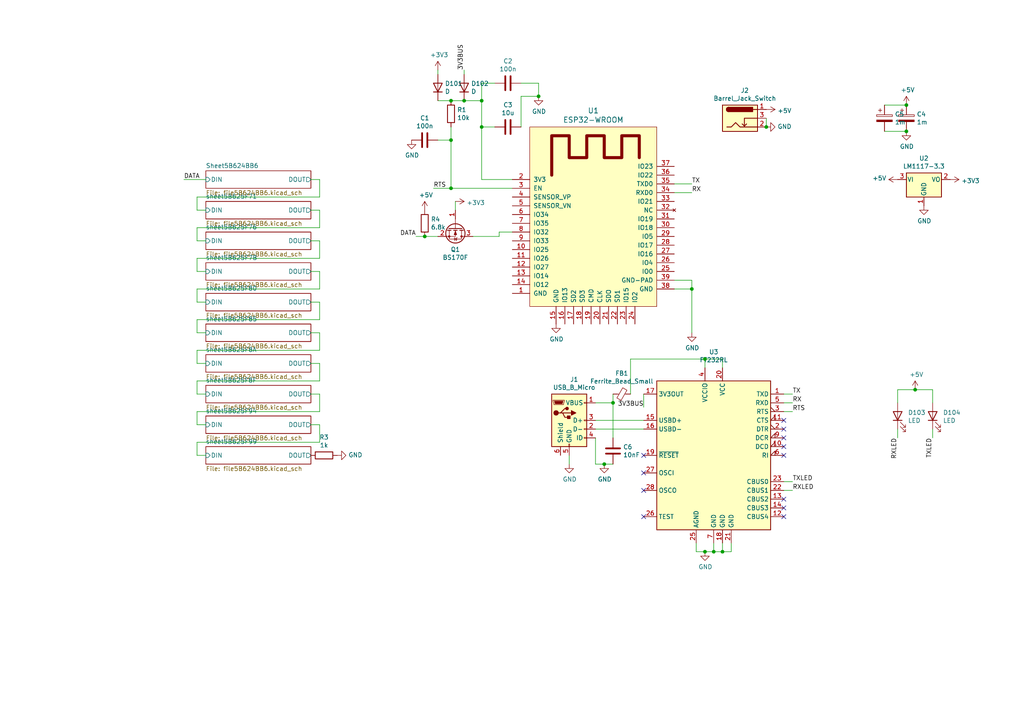
<source format=kicad_sch>
(kicad_sch (version 20211123) (generator eeschema)
  (paper "A4")
  (lib_symbols
    (symbol "Connector:Barrel_Jack_Switch" (pin_names hide)
      (property "Reference" "J" (at 0 5.334 0))
      (property "Value" "Barrel_Jack_Switch" (at 0 -5.08 0))
      (symbol "Barrel_Jack_Switch_0_1"
        (rectangle (start -5.08 3.81) (end 5.08 -3.81) (stroke (width 0.254)) (fill (type background)))
        (arc (start -3.302 3.175) (mid -3.937 2.54) (end -3.302 1.905) (stroke (width 0.254)))
        (arc (start -3.302 3.175) (mid -3.937 2.54) (end -3.302 1.905) (stroke (width 0.254)) (fill (type outline)))
        (polyline (pts (xy 1.27 -2.286) (xy 1.905 -1.651)) (stroke (width 0.254)))
        (polyline (pts (xy 5.08 2.54) (xy 3.81 2.54)) (stroke (width 0.254)))
        (polyline (pts (xy 5.08 0) (xy 1.27 0) (xy 1.27 -2.286) (xy 0.635 -1.651)) (stroke (width 0.254)))
        (polyline (pts (xy -3.81 -2.54) (xy -2.54 -2.54) (xy -1.27 -1.27) (xy 0 -2.54) (xy 2.54 -2.54) (xy 5.08 -2.54)) (stroke (width 0.254)))
        (rectangle (start 3.683 3.175) (end -3.302 1.905) (stroke (width 0.254)) (fill (type outline)))
      )
      (symbol "Barrel_Jack_Switch_1_1"
        (pin passive line (at 7.62 2.54 180) (length 2.54) (name "~") (number "1"))
        (pin passive line (at 7.62 -2.54 180) (length 2.54) (name "~") (number "2"))
        (pin passive line (at 7.62 0 180) (length 2.54) (name "~") (number "3"))
      )
    )
    (symbol "Connector:USB_B_Micro" (pin_names (offset 1.016))
      (property "Reference" "J" (at -5.08 11.43 0))
      (property "Value" "USB_B_Micro" (at -5.08 8.89 0))
      (symbol "USB_B_Micro_0_1"
        (rectangle (start -5.08 -7.62) (end 5.08 7.62) (stroke (width 0.254)) (fill (type background)))
        (circle (center -3.81 2.159) (radius 0.635) (stroke (width 0.254)) (fill (type outline)))
        (circle (center -0.635 3.429) (radius 0.381) (stroke (width 0.254)) (fill (type outline)))
        (rectangle (start -0.127 -7.62) (end 0.127 -6.858))
        (polyline (pts (xy -1.905 2.159) (xy 0.635 2.159)) (stroke (width 0.254)))
        (polyline (pts (xy -3.175 2.159) (xy -2.54 2.159) (xy -1.27 3.429) (xy -0.635 3.429)) (stroke (width 0.254)))
        (polyline (pts (xy -2.54 2.159) (xy -1.905 2.159) (xy -1.27 0.889) (xy 0 0.889)) (stroke (width 0.254)))
        (polyline (pts (xy 0.635 2.794) (xy 0.635 1.524) (xy 1.905 2.159) (xy 0.635 2.794)) (stroke (width 0.254)) (fill (type outline)))
        (polyline (pts (xy -4.318 5.588) (xy -1.778 5.588) (xy -2.032 4.826) (xy -4.064 4.826) (xy -4.318 5.588)) (fill (type outline)))
        (polyline (pts (xy -4.699 5.842) (xy -4.699 5.588) (xy -4.445 4.826) (xy -4.445 4.572) (xy -1.651 4.572) (xy -1.651 4.826) (xy -1.397 5.588) (xy -1.397 5.842) (xy -4.699 5.842)))
        (rectangle (start 0.254 1.27) (end -0.508 0.508) (stroke (width 0.254)) (fill (type outline)))
        (rectangle (start 5.08 -5.207) (end 4.318 -4.953))
        (rectangle (start 5.08 -2.667) (end 4.318 -2.413))
        (rectangle (start 5.08 -0.127) (end 4.318 0.127))
        (rectangle (start 5.08 4.953) (end 4.318 5.207))
      )
      (symbol "USB_B_Micro_1_1"
        (pin power_out line (at 7.62 5.08 180) (length 2.54) (name "VBUS") (number "1"))
        (pin bidirectional line (at 7.62 -2.54 180) (length 2.54) (name "D-") (number "2"))
        (pin bidirectional line (at 7.62 0 180) (length 2.54) (name "D+") (number "3"))
        (pin passive line (at 7.62 -5.08 180) (length 2.54) (name "ID") (number "4"))
        (pin power_out line (at 0 -10.16 90) (length 2.54) (name "GND") (number "5"))
        (pin passive line (at -2.54 -10.16 90) (length 2.54) (name "Shield") (number "6"))
      )
    )
    (symbol "Device:C" (pin_numbers hide) (pin_names (offset 0.254))
      (property "Reference" "C" (at 0.635 2.54 0))
      (property "Value" "C" (at 0.635 -2.54 0))
      (symbol "C_0_1"
        (polyline (pts (xy -2.032 -0.762) (xy 2.032 -0.762)) (stroke (width 0.508)))
        (polyline (pts (xy -2.032 0.762) (xy 2.032 0.762)) (stroke (width 0.508)))
      )
      (symbol "C_1_1"
        (pin passive line (at 0 3.81 270) (length 2.794) (name "~") (number "1"))
        (pin passive line (at 0 -3.81 90) (length 2.794) (name "~") (number "2"))
      )
    )
    (symbol "Device:D" (pin_numbers hide) (pin_names (offset 1.016) hide)
      (property "Reference" "D" (at 0 2.54 0))
      (property "Value" "D" (at 0 -2.54 0))
      (symbol "D_0_1"
        (polyline (pts (xy -1.27 1.27) (xy -1.27 -1.27)) (stroke (width 0.254)))
        (polyline (pts (xy 1.27 0) (xy -1.27 0)))
        (polyline (pts (xy 1.27 1.27) (xy 1.27 -1.27) (xy -1.27 0) (xy 1.27 1.27)) (stroke (width 0.254)))
      )
      (symbol "D_1_1"
        (pin passive line (at -3.81 0 0) (length 2.54) (name "K") (number "1"))
        (pin passive line (at 3.81 0 180) (length 2.54) (name "A") (number "2"))
      )
    )
    (symbol "Device:LED" (pin_numbers hide) (pin_names (offset 1.016) hide)
      (property "Reference" "D" (at 0 2.54 0))
      (property "Value" "LED" (at 0 -2.54 0))
      (symbol "LED_0_1"
        (polyline (pts (xy -1.27 -1.27) (xy -1.27 1.27)) (stroke (width 0.254)))
        (polyline (pts (xy -1.27 0) (xy 1.27 0)))
        (polyline (pts (xy 1.27 -1.27) (xy 1.27 1.27) (xy -1.27 0) (xy 1.27 -1.27)) (stroke (width 0.254)))
        (polyline (pts (xy -3.048 -0.762) (xy -4.572 -2.286) (xy -3.81 -2.286) (xy -4.572 -2.286) (xy -4.572 -1.524)))
        (polyline (pts (xy -1.778 -0.762) (xy -3.302 -2.286) (xy -2.54 -2.286) (xy -3.302 -2.286) (xy -3.302 -1.524)))
      )
      (symbol "LED_1_1"
        (pin passive line (at -3.81 0 0) (length 2.54) (name "K") (number "1"))
        (pin passive line (at 3.81 0 180) (length 2.54) (name "A") (number "2"))
      )
    )
    (symbol "Device:R" (pin_numbers hide) (pin_names (offset 0))
      (property "Reference" "R" (at 2.032 0 90))
      (property "Value" "R" (at 0 0 90))
      (symbol "R_0_1"
        (rectangle (start -1.016 -2.54) (end 1.016 2.54) (stroke (width 0.254)))
      )
      (symbol "R_1_1"
        (pin passive line (at 0 3.81 270) (length 1.27) (name "~") (number "1"))
        (pin passive line (at 0 -3.81 90) (length 1.27) (name "~") (number "2"))
      )
    )
    (symbol "Interface_USB:FT232RL"
      (property "Reference" "U" (at -16.51 22.86 0))
      (property "Value" "FT232RL" (at 10.16 22.86 0))
      (symbol "FT232RL_0_1"
        (rectangle (start -16.51 21.59) (end 16.51 -21.59) (stroke (width 0.254)) (fill (type background)))
      )
      (symbol "FT232RL_1_1"
        (pin output line (at 20.32 17.78 180) (length 3.81) (name "TXD") (number "1"))
        (pin input input_low (at 20.32 2.54 180) (length 3.81) (name "DCD") (number "10"))
        (pin input input_low (at 20.32 10.16 180) (length 3.81) (name "CTS") (number "11"))
        (pin bidirectional line (at 20.32 -17.78 180) (length 3.81) (name "CBUS4") (number "12"))
        (pin bidirectional line (at 20.32 -12.7 180) (length 3.81) (name "CBUS2") (number "13"))
        (pin bidirectional line (at 20.32 -15.24 180) (length 3.81) (name "CBUS3") (number "14"))
        (pin bidirectional line (at -20.32 10.16 0) (length 3.81) (name "USBD+") (number "15"))
        (pin bidirectional line (at -20.32 7.62 0) (length 3.81) (name "USBD-") (number "16"))
        (pin power_out line (at -20.32 17.78 0) (length 3.81) (name "3V3OUT") (number "17"))
        (pin power_in line (at 2.54 -25.4 90) (length 3.81) (name "GND") (number "18"))
        (pin input line (at -20.32 0 0) (length 3.81) (name "~{RESET}") (number "19"))
        (pin output output_low (at 20.32 7.62 180) (length 3.81) (name "DTR") (number "2"))
        (pin power_in line (at 2.54 25.4 270) (length 3.81) (name "VCC") (number "20"))
        (pin power_in line (at 5.08 -25.4 90) (length 3.81) (name "GND") (number "21"))
        (pin bidirectional line (at 20.32 -10.16 180) (length 3.81) (name "CBUS1") (number "22"))
        (pin bidirectional line (at 20.32 -7.62 180) (length 3.81) (name "CBUS0") (number "23"))
        (pin power_in line (at -5.08 -25.4 90) (length 3.81) (name "AGND") (number "25"))
        (pin input line (at -20.32 -17.78 0) (length 3.81) (name "TEST") (number "26"))
        (pin input line (at -20.32 -5.08 0) (length 3.81) (name "OSCI") (number "27"))
        (pin output line (at -20.32 -10.16 0) (length 3.81) (name "OSCO") (number "28"))
        (pin output output_low (at 20.32 12.7 180) (length 3.81) (name "RTS") (number "3"))
        (pin power_in line (at -2.54 25.4 270) (length 3.81) (name "VCCIO") (number "4"))
        (pin input line (at 20.32 15.24 180) (length 3.81) (name "RXD") (number "5"))
        (pin input input_low (at 20.32 0 180) (length 3.81) (name "RI") (number "6"))
        (pin power_in line (at 0 -25.4 90) (length 3.81) (name "GND") (number "7"))
        (pin input input_low (at 20.32 5.08 180) (length 3.81) (name "DCR") (number "9"))
      )
    )
    (symbol "Regulator_Linear:LM1117-3.3" (pin_names (offset 0.254))
      (property "Reference" "U" (at -3.81 3.175 0))
      (property "Value" "LM1117-3.3" (at 0 3.175 0))
      (symbol "LM1117-3.3_0_1"
        (rectangle (start -5.08 -5.08) (end 5.08 1.905) (stroke (width 0.254)) (fill (type background)))
      )
      (symbol "LM1117-3.3_1_1"
        (pin power_in line (at 0 -7.62 90) (length 2.54) (name "GND") (number "1"))
        (pin power_out line (at 7.62 0 180) (length 2.54) (name "VO") (number "2"))
        (pin power_in line (at -7.62 0 0) (length 2.54) (name "VI") (number "3"))
      )
    )
    (symbol "Transistor_FET:BS170F" (pin_names hide)
      (property "Reference" "Q" (at 5.08 1.905 0))
      (property "Value" "BS170F" (at 5.08 0 0))
      (symbol "BS170F_0_1"
        (polyline (pts (xy 0.254 0) (xy -2.54 0)))
        (polyline (pts (xy 0.254 1.905) (xy 0.254 -1.905)) (stroke (width 0.254)))
        (polyline (pts (xy 0.762 -1.27) (xy 0.762 -2.286)) (stroke (width 0.254)))
        (polyline (pts (xy 0.762 0.508) (xy 0.762 -0.508)) (stroke (width 0.254)))
        (polyline (pts (xy 0.762 2.286) (xy 0.762 1.27)) (stroke (width 0.254)))
        (polyline (pts (xy 2.54 2.54) (xy 2.54 1.778)))
        (polyline (pts (xy 2.54 -2.54) (xy 2.54 0) (xy 0.762 0)))
        (polyline (pts (xy 0.762 -1.778) (xy 3.302 -1.778) (xy 3.302 1.778) (xy 0.762 1.778)))
        (polyline (pts (xy 1.016 0) (xy 2.032 0.381) (xy 2.032 -0.381) (xy 1.016 0)) (fill (type outline)))
        (polyline (pts (xy 2.794 0.508) (xy 2.921 0.381) (xy 3.683 0.381) (xy 3.81 0.254)))
        (polyline (pts (xy 3.302 0.381) (xy 2.921 -0.254) (xy 3.683 -0.254) (xy 3.302 0.381)))
        (circle (center 1.651 0) (radius 2.794) (stroke (width 0.254)))
        (circle (center 2.54 -1.778) (radius 0.254) (fill (type outline)))
        (circle (center 2.54 1.778) (radius 0.254) (fill (type outline)))
      )
      (symbol "BS170F_1_1"
        (pin input line (at -5.08 0 0) (length 2.54) (name "G") (number "1"))
        (pin passive line (at 2.54 -5.08 90) (length 2.54) (name "S") (number "2"))
        (pin passive line (at 2.54 5.08 270) (length 2.54) (name "D") (number "3"))
      )
    )
    (symbol "pentasquare-rescue:+3.3V-power" (power) (pin_names (offset 0))
      (property "Value" "+3.3V-power" (at 0 3.556 0))
      (symbol "+3.3V-power_0_1"
        (polyline (pts (xy -0.762 1.27) (xy 0 2.54)))
        (polyline (pts (xy 0 0) (xy 0 2.54)))
        (polyline (pts (xy 0 2.54) (xy 0.762 1.27)))
      )
      (symbol "+3.3V-power_1_1"
        (pin power_in line (at 0 0 90) (length 0) hide (name "+3V3") (number "1"))
      )
    )
    (symbol "pentasquare-rescue:CP-Device" (pin_numbers hide) (pin_names (offset 0.254))
      (property "Reference" "C" (at 0.635 2.54 0))
      (property "Value" "CP-Device" (at 0.635 -2.54 0))
      (symbol "CP-Device_0_1"
        (rectangle (start -2.286 0.508) (end 2.286 1.016))
        (polyline (pts (xy -1.778 2.286) (xy -0.762 2.286)))
        (polyline (pts (xy -1.27 2.794) (xy -1.27 1.778)))
        (rectangle (start 2.286 -0.508) (end -2.286 -1.016) (fill (type outline)))
      )
      (symbol "CP-Device_1_1"
        (pin passive line (at 0 3.81 270) (length 2.794) (name "~") (number "1"))
        (pin passive line (at 0 -3.81 90) (length 2.794) (name "~") (number "2"))
      )
    )
    (symbol "pentasquare-rescue:ESP32-WROOM-ESP32-footprints-Shem-Lib" (pin_names (offset 1.016))
      (property "Reference" "U" (at -17.78 31.75 0))
      (property "Value" "ESP32-WROOM-ESP32-footprints-Shem-Lib" (at 12.7 31.75 0))
      (symbol "ESP32-WROOM-ESP32-footprints-Shem-Lib_0_1"
        (rectangle (start -19.05 30.48) (end 17.78 -21.59) (fill (type background)))
        (polyline (pts (xy -12.7 16.51) (xy -12.7 27.94) (xy -7.62 27.94) (xy -7.62 21.59) (xy -2.54 21.59) (xy -2.54 27.94) (xy 2.54 27.94) (xy 2.54 21.59) (xy 7.62 21.59) (xy 7.62 27.94) (xy 12.7 27.94) (xy 12.7 21.59)) (stroke (width 0.889)))
      )
      (symbol "ESP32-WROOM-ESP32-footprints-Shem-Lib_1_1"
        (pin power_out line (at -24.13 -17.78 0) (length 5.08) (name "GND") (number "1"))
        (pin bidirectional line (at -24.13 -5.08 0) (length 5.08) (name "IO25") (number "10"))
        (pin bidirectional line (at -24.13 -7.62 0) (length 5.08) (name "IO26") (number "11"))
        (pin bidirectional line (at -24.13 -10.16 0) (length 5.08) (name "IO27") (number "12"))
        (pin bidirectional line (at -24.13 -12.7 0) (length 5.08) (name "IO14") (number "13"))
        (pin bidirectional line (at -24.13 -15.24 0) (length 5.08) (name "IO12") (number "14"))
        (pin power_in line (at -11.43 -26.67 90) (length 5.08) (name "GND") (number "15"))
        (pin bidirectional line (at -8.89 -26.67 90) (length 5.08) (name "IO13") (number "16"))
        (pin bidirectional line (at -6.35 -26.67 90) (length 5.08) (name "SD2") (number "17"))
        (pin bidirectional line (at -3.81 -26.67 90) (length 5.08) (name "SD3") (number "18"))
        (pin bidirectional line (at -1.27 -26.67 90) (length 5.08) (name "CMD") (number "19"))
        (pin power_in line (at -24.13 15.24 0) (length 5.08) (name "3V3") (number "2"))
        (pin input line (at 1.27 -26.67 90) (length 5.08) (name "CLK") (number "20"))
        (pin bidirectional line (at 3.81 -26.67 90) (length 5.08) (name "SDO") (number "21"))
        (pin bidirectional line (at 6.35 -26.67 90) (length 5.08) (name "SD1") (number "22"))
        (pin bidirectional line (at 8.89 -26.67 90) (length 5.08) (name "IO15") (number "23"))
        (pin bidirectional line (at 11.43 -26.67 90) (length 5.08) (name "IO2") (number "24"))
        (pin bidirectional line (at 22.86 -11.43 180) (length 5.08) (name "IO0") (number "25"))
        (pin input line (at 22.86 -8.89 180) (length 5.08) (name "IO4") (number "26"))
        (pin bidirectional line (at 22.86 -6.35 180) (length 5.08) (name "IO16") (number "27"))
        (pin bidirectional line (at 22.86 -3.81 180) (length 5.08) (name "IO17") (number "28"))
        (pin bidirectional line (at 22.86 -1.27 180) (length 5.08) (name "IO5") (number "29"))
        (pin input line (at -24.13 12.7 0) (length 5.08) (name "EN") (number "3"))
        (pin input line (at 22.86 1.27 180) (length 5.08) (name "IO18") (number "30"))
        (pin bidirectional line (at 22.86 3.81 180) (length 5.08) (name "IO19") (number "31"))
        (pin no_connect line (at 22.86 6.35 180) (length 5.08) (name "NC") (number "32"))
        (pin bidirectional line (at 22.86 8.89 180) (length 5.08) (name "IO21") (number "33"))
        (pin bidirectional line (at 22.86 11.43 180) (length 5.08) (name "RXD0") (number "34"))
        (pin bidirectional line (at 22.86 13.97 180) (length 5.08) (name "TXD0") (number "35"))
        (pin bidirectional line (at 22.86 16.51 180) (length 5.08) (name "IO22") (number "36"))
        (pin bidirectional line (at 22.86 19.05 180) (length 5.08) (name "IO23") (number "37"))
        (pin power_in line (at 22.86 -16.51 180) (length 5.08) (name "GND") (number "38"))
        (pin power_in line (at 22.86 -13.97 180) (length 5.08) (name "GND-PAD") (number "39"))
        (pin input line (at -24.13 10.16 0) (length 5.08) (name "SENSOR_VP") (number "4"))
        (pin input line (at -24.13 7.62 0) (length 5.08) (name "SENSOR_VN") (number "5"))
        (pin bidirectional line (at -24.13 5.08 0) (length 5.08) (name "IO34") (number "6"))
        (pin bidirectional line (at -24.13 2.54 0) (length 5.08) (name "IO35") (number "7"))
        (pin bidirectional line (at -24.13 0 0) (length 5.08) (name "IO32") (number "8"))
        (pin bidirectional line (at -24.13 -2.54 0) (length 5.08) (name "IO33") (number "9"))
      )
    )
    (symbol "pentasquare-rescue:Ferrite_Bead_Small-Device" (pin_numbers hide) (pin_names (offset 0))
      (property "Reference" "FB" (at 1.905 1.27 0))
      (property "Value" "Ferrite_Bead_Small-Device" (at 1.905 -1.27 0))
      (symbol "Ferrite_Bead_Small-Device_0_1"
        (polyline (pts (xy 0 -1.27) (xy 0 -0.7874)))
        (polyline (pts (xy 0 0.889) (xy 0 1.2954)))
        (polyline (pts (xy -1.8288 0.2794) (xy -1.1176 1.4986) (xy 1.8288 -0.2032) (xy 1.1176 -1.4224) (xy -1.8288 0.2794)))
      )
      (symbol "Ferrite_Bead_Small-Device_1_1"
        (pin passive line (at 0 2.54 270) (length 1.27) (name "~") (number "1"))
        (pin passive line (at 0 -2.54 90) (length 1.27) (name "~") (number "2"))
      )
    )
    (symbol "power:+5V" (power) (pin_names (offset 0))
      (property "Value" "+5V" (at 0 3.556 0))
      (symbol "+5V_0_1"
        (polyline (pts (xy -0.762 1.27) (xy 0 2.54)))
        (polyline (pts (xy 0 0) (xy 0 2.54)))
        (polyline (pts (xy 0 2.54) (xy 0.762 1.27)))
      )
      (symbol "+5V_1_1"
        (pin power_in line (at 0 0 90) (length 0) hide (name "+5V") (number "1"))
      )
    )
    (symbol "power:GND" (power) (pin_names (offset 0))
      (property "Value" "GND" (at 0 -3.81 0))
      (symbol "GND_0_1"
        (polyline (pts (xy 0 0) (xy 0 -1.27) (xy 1.27 -1.27) (xy 0 -2.54) (xy -1.27 -1.27) (xy 0 -1.27)))
      )
      (symbol "GND_1_1"
        (pin power_in line (at 0 0 270) (length 0) hide (name "GND") (number "1"))
      )
    )
  )
  (junction (at 175.26 134.62))
  (junction (at 209.55 160.02))
  (junction (at 130.81 29.21))
  (junction (at 139.7 29.21))
  (junction (at 156.21 27.94))
  (junction (at 204.47 160.02))
  (junction (at 262.89 30.48))
  (junction (at 222.25 36.83))
  (junction (at 130.81 54.61))
  (junction (at 262.89 38.1))
  (junction (at 265.43 113.03))
  (junction (at 130.81 40.64))
  (junction (at 134.62 29.21))
  (junction (at 207.01 160.02))
  (junction (at 177.8 116.84))
  (junction (at 200.66 83.82))
  (junction (at 123.19 68.58))
  (junction (at 204.47 104.14))
  (junction (at 139.7 36.83))
  (no_connect (at 227.33 149.86))
  (no_connect (at 227.33 147.32))
  (no_connect (at 186.69 132.08))
  (no_connect (at 227.33 121.92))
  (no_connect (at 186.69 137.16))
  (no_connect (at 227.33 124.46))
  (no_connect (at 227.33 127))
  (no_connect (at 227.33 129.54))
  (no_connect (at 186.69 142.24))
  (no_connect (at 186.69 149.86))
  (no_connect (at 227.33 144.78))
  (no_connect (at 227.33 132.08))
  (wire (pts (xy 130.81 40.64) (xy 130.81 54.61)))
  (wire (pts (xy 144.78 68.58) (xy 137.16 68.58)))
  (wire (pts (xy 57.15 105.41) (xy 59.69 105.41)))
  (wire (pts (xy 227.33 114.3) (xy 229.87 114.3)))
  (wire (pts (xy 195.58 53.34) (xy 200.66 53.34)))
  (wire (pts (xy 90.17 96.52) (xy 92.71 96.52)))
  (wire (pts (xy 207.01 160.02) (xy 204.47 160.02)))
  (wire (pts (xy 57.15 123.19) (xy 59.69 123.19)))
  (wire (pts (xy 260.35 127) (xy 260.35 124.46)))
  (wire (pts (xy 57.15 128.27) (xy 57.15 132.08)))
  (wire (pts (xy 53.34 52.07) (xy 59.69 52.07)))
  (wire (pts (xy 92.71 87.63) (xy 92.71 92.71)))
  (wire (pts (xy 127 21.59) (xy 127 20.32)))
  (wire (pts (xy 92.71 78.74) (xy 92.71 83.82)))
  (wire (pts (xy 90.17 123.19) (xy 92.71 123.19)))
  (wire (pts (xy 204.47 106.68) (xy 204.47 104.14)))
  (wire (pts (xy 204.47 160.02) (xy 201.93 160.02)))
  (wire (pts (xy 92.71 101.6) (xy 57.15 101.6)))
  (wire (pts (xy 90.17 114.3) (xy 92.71 114.3)))
  (wire (pts (xy 182.88 104.14) (xy 182.88 114.3)))
  (wire (pts (xy 57.15 60.96) (xy 59.69 60.96)))
  (wire (pts (xy 92.71 105.41) (xy 92.71 110.49)))
  (wire (pts (xy 200.66 83.82) (xy 195.58 83.82)))
  (wire (pts (xy 156.21 24.13) (xy 156.21 27.94)))
  (wire (pts (xy 209.55 106.68) (xy 209.55 104.14)))
  (wire (pts (xy 201.93 160.02) (xy 201.93 157.48)))
  (wire (pts (xy 227.33 142.24) (xy 229.87 142.24)))
  (wire (pts (xy 90.17 52.07) (xy 92.71 52.07)))
  (wire (pts (xy 90.17 105.41) (xy 92.71 105.41)))
  (wire (pts (xy 130.81 40.64) (xy 127 40.64)))
  (wire (pts (xy 139.7 52.07) (xy 148.59 52.07)))
  (wire (pts (xy 134.62 29.21) (xy 130.81 29.21)))
  (wire (pts (xy 92.71 69.85) (xy 92.71 74.93)))
  (wire (pts (xy 92.71 114.3) (xy 92.71 119.38)))
  (wire (pts (xy 57.15 96.52) (xy 59.69 96.52)))
  (wire (pts (xy 270.51 113.03) (xy 270.51 116.84)))
  (wire (pts (xy 256.54 38.1) (xy 262.89 38.1)))
  (wire (pts (xy 227.33 139.7) (xy 229.87 139.7)))
  (wire (pts (xy 151.13 24.13) (xy 156.21 24.13)))
  (wire (pts (xy 57.15 87.63) (xy 59.69 87.63)))
  (wire (pts (xy 270.51 127) (xy 270.51 124.46)))
  (wire (pts (xy 132.08 58.42) (xy 132.08 60.96)))
  (wire (pts (xy 92.71 123.19) (xy 92.71 128.27)))
  (wire (pts (xy 92.71 92.71) (xy 57.15 92.71)))
  (wire (pts (xy 265.43 113.03) (xy 270.51 113.03)))
  (wire (pts (xy 177.8 116.84) (xy 172.72 116.84)))
  (wire (pts (xy 175.26 134.62) (xy 177.8 134.62)))
  (wire (pts (xy 90.17 69.85) (xy 92.71 69.85)))
  (wire (pts (xy 92.71 57.15) (xy 57.15 57.15)))
  (wire (pts (xy 125.73 54.61) (xy 130.81 54.61)))
  (wire (pts (xy 200.66 83.82) (xy 200.66 96.52)))
  (wire (pts (xy 90.17 60.96) (xy 92.71 60.96)))
  (wire (pts (xy 92.71 119.38) (xy 57.15 119.38)))
  (wire (pts (xy 165.1 134.62) (xy 165.1 132.08)))
  (wire (pts (xy 212.09 157.48) (xy 212.09 160.02)))
  (wire (pts (xy 92.71 110.49) (xy 57.15 110.49)))
  (wire (pts (xy 139.7 29.21) (xy 139.7 36.83)))
  (wire (pts (xy 222.25 34.29) (xy 222.25 36.83)))
  (wire (pts (xy 90.17 78.74) (xy 92.71 78.74)))
  (wire (pts (xy 57.15 110.49) (xy 57.15 114.3)))
  (wire (pts (xy 143.51 24.13) (xy 139.7 24.13)))
  (wire (pts (xy 172.72 127) (xy 172.72 134.62)))
  (wire (pts (xy 148.59 67.31) (xy 144.78 67.31)))
  (wire (pts (xy 130.81 36.83) (xy 130.81 40.64)))
  (wire (pts (xy 134.62 20.32) (xy 134.62 21.59)))
  (wire (pts (xy 195.58 81.28) (xy 200.66 81.28)))
  (wire (pts (xy 200.66 81.28) (xy 200.66 83.82)))
  (wire (pts (xy 123.19 68.58) (xy 127 68.58)))
  (wire (pts (xy 57.15 114.3) (xy 59.69 114.3)))
  (wire (pts (xy 57.15 57.15) (xy 57.15 60.96)))
  (wire (pts (xy 256.54 30.48) (xy 262.89 30.48)))
  (wire (pts (xy 92.71 52.07) (xy 92.71 57.15)))
  (wire (pts (xy 57.15 66.04) (xy 57.15 69.85)))
  (wire (pts (xy 200.66 55.88) (xy 195.58 55.88)))
  (wire (pts (xy 57.15 101.6) (xy 57.15 105.41)))
  (wire (pts (xy 186.69 124.46) (xy 172.72 124.46)))
  (wire (pts (xy 172.72 121.92) (xy 186.69 121.92)))
  (wire (pts (xy 229.87 116.84) (xy 227.33 116.84)))
  (wire (pts (xy 130.81 54.61) (xy 148.59 54.61)))
  (wire (pts (xy 209.55 157.48) (xy 209.55 160.02)))
  (wire (pts (xy 57.15 83.82) (xy 57.15 87.63)))
  (wire (pts (xy 212.09 160.02) (xy 209.55 160.02)))
  (wire (pts (xy 92.71 66.04) (xy 57.15 66.04)))
  (wire (pts (xy 143.51 36.83) (xy 139.7 36.83)))
  (wire (pts (xy 92.71 128.27) (xy 57.15 128.27)))
  (wire (pts (xy 156.21 27.94) (xy 151.13 27.94)))
  (wire (pts (xy 209.55 160.02) (xy 207.01 160.02)))
  (wire (pts (xy 92.71 96.52) (xy 92.71 101.6)))
  (wire (pts (xy 139.7 36.83) (xy 139.7 52.07)))
  (wire (pts (xy 260.35 113.03) (xy 265.43 113.03)))
  (wire (pts (xy 207.01 157.48) (xy 207.01 160.02)))
  (wire (pts (xy 151.13 27.94) (xy 151.13 36.83)))
  (wire (pts (xy 134.62 29.21) (xy 139.7 29.21)))
  (wire (pts (xy 204.47 104.14) (xy 182.88 104.14)))
  (wire (pts (xy 209.55 104.14) (xy 204.47 104.14)))
  (wire (pts (xy 260.35 116.84) (xy 260.35 113.03)))
  (wire (pts (xy 92.71 74.93) (xy 57.15 74.93)))
  (wire (pts (xy 227.33 119.38) (xy 229.87 119.38)))
  (wire (pts (xy 57.15 74.93) (xy 57.15 78.74)))
  (wire (pts (xy 177.8 114.3) (xy 177.8 116.84)))
  (wire (pts (xy 92.71 83.82) (xy 57.15 83.82)))
  (wire (pts (xy 144.78 67.31) (xy 144.78 68.58)))
  (wire (pts (xy 172.72 134.62) (xy 175.26 134.62)))
  (wire (pts (xy 57.15 69.85) (xy 59.69 69.85)))
  (wire (pts (xy 90.17 87.63) (xy 92.71 87.63)))
  (wire (pts (xy 57.15 132.08) (xy 59.69 132.08)))
  (wire (pts (xy 130.81 29.21) (xy 127 29.21)))
  (wire (pts (xy 57.15 119.38) (xy 57.15 123.19)))
  (wire (pts (xy 123.19 68.58) (xy 120.65 68.58)))
  (wire (pts (xy 177.8 116.84) (xy 177.8 127)))
  (wire (pts (xy 186.69 118.11) (xy 186.69 114.3)))
  (wire (pts (xy 57.15 78.74) (xy 59.69 78.74)))
  (wire (pts (xy 92.71 60.96) (xy 92.71 66.04)))
  (wire (pts (xy 57.15 92.71) (xy 57.15 96.52)))
  (wire (pts (xy 139.7 24.13) (xy 139.7 29.21)))
  (label "RTS" (at 229.87 119.38 0))
  (label "RXLED" (at 260.35 127 270))
  (label "3V3BUS" (at 186.69 118.11 180))
  (label "TX" (at 229.87 114.3 0))
  (label "RX" (at 229.87 116.84 0))
  (label "RX" (at 200.66 55.88 0))
  (label "TX" (at 200.66 53.34 0))
  (label "3V3BUS" (at 134.62 20.32 90))
  (label "RTS" (at 125.73 54.61 0))
  (label "RXLED" (at 229.87 142.24 0))
  (label "DATA" (at 53.34 52.07 0))
  (label "DATA" (at 120.65 68.58 180))
  (label "TXLED" (at 270.51 127 270))
  (label "TXLED" (at 229.87 139.7 0))
  (symbol (lib_id "pentasquare-rescue:ESP32-WROOM-ESP32-footprints-Shem-Lib") (at 172.72 67.31 0) (unit 1)
    (property "Reference" "U1" (at 172.085 32.0802 0) (effects (font (size 1.524 1.524))))
    (property "Value" "ESP32-WROOM" (at 172.085 34.7726 0) (effects (font (size 1.524 1.524))))
    (property "Footprint" "ESP32-footprints-Lib:ESP32-WROOM" (effects hide))
  )
  (symbol (lib_id "power:GND") (at 200.66 96.52 0) (unit 1)
    (property "Reference" "#PWR0201" (effects hide))
    (property "Value" "GND" (at 200.787 100.9142 0))
  )
  (symbol (lib_id "pentasquare-rescue:CP-Device") (at 262.89 34.29 0) (unit 1)
    (property "Reference" "C4" (at 265.8872 33.1216 0) (effects (justify left)))
    (property "Value" "1m" (at 265.8872 35.433 0) (effects (justify left)))
    (property "Footprint" "Capacitor_SMD:CP_Elec_8x10" (effects hide))
  )
  (symbol (lib_id "power:+5V") (at 262.89 30.48 0) (unit 1)
    (property "Reference" "#PWR0202" (effects hide))
    (property "Value" "+5V" (at 263.271 26.0858 0))
  )
  (symbol (lib_id "power:GND") (at 262.89 38.1 0) (unit 1)
    (property "Reference" "#PWR0203" (effects hide))
    (property "Value" "GND" (at 263.017 42.4942 0))
  )
  (symbol (lib_id "Device:R") (at 130.81 33.02 0) (unit 1)
    (property "Reference" "R1" (at 132.588 31.8516 0) (effects (justify left)))
    (property "Value" "10k" (at 132.588 34.163 0) (effects (justify left)))
    (property "Footprint" "Resistor_SMD:R_0603_1608Metric_Pad1.05x0.95mm_HandSolder" (effects hide))
  )
  (symbol (lib_id "Device:C") (at 123.19 40.64 270) (unit 1)
    (property "Reference" "C1" (at 123.19 34.2392 90))
    (property "Value" "100n" (at 123.19 36.5506 90))
    (property "Footprint" "Capacitor_SMD:C_0603_1608Metric_Pad1.05x0.95mm_HandSolder" (effects hide))
  )
  (symbol (lib_id "power:GND") (at 119.38 40.64 0) (unit 1)
    (property "Reference" "#PWR0204" (effects hide))
    (property "Value" "GND" (at 119.507 45.0342 0))
  )
  (symbol (lib_id "pentasquare-rescue:+3.3V-power") (at 127 20.32 0) (unit 1)
    (property "Reference" "#PWR0205" (effects hide))
    (property "Value" "+3.3V" (at 127.381 15.9258 0))
  )
  (symbol (lib_id "Device:C") (at 147.32 24.13 270) (unit 1)
    (property "Reference" "C2" (at 147.32 17.7292 90))
    (property "Value" "100n" (at 147.32 20.0406 90))
    (property "Footprint" "Capacitor_SMD:C_0603_1608Metric_Pad1.05x0.95mm_HandSolder" (effects hide))
  )
  (symbol (lib_id "Device:C") (at 147.32 36.83 270) (unit 1)
    (property "Reference" "C3" (at 147.32 30.4292 90))
    (property "Value" "10u" (at 147.32 32.7406 90))
    (property "Footprint" "Capacitor_SMD:C_1206_3216Metric_Pad1.42x1.75mm_HandSolder" (effects hide))
  )
  (symbol (lib_id "power:GND") (at 156.21 27.94 0) (unit 1)
    (property "Reference" "#PWR0207" (effects hide))
    (property "Value" "GND" (at 156.337 32.3342 0))
  )
  (symbol (lib_id "power:GND") (at 161.29 93.98 0) (unit 1)
    (property "Reference" "#PWR0209" (effects hide))
    (property "Value" "GND" (at 161.417 98.3742 0))
  )
  (symbol (lib_id "pentasquare-rescue:CP-Device") (at 256.54 34.29 0) (unit 1)
    (property "Reference" "C5" (at 259.5372 33.1216 0) (effects (justify left)))
    (property "Value" "1m" (at 259.5372 35.433 0) (effects (justify left)))
    (property "Footprint" "Capacitor_THT:CP_Radial_D6.3mm_P2.50mm" (effects hide))
  )
  (symbol (lib_id "power:+5V") (at 222.25 31.75 270) (unit 1)
    (property "Reference" "#PWR0211" (effects hide))
    (property "Value" "+5V" (at 225.5012 32.131 90) (effects (justify left)))
  )
  (symbol (lib_id "power:GND") (at 222.25 36.83 90) (unit 1)
    (property "Reference" "#PWR0210" (effects hide))
    (property "Value" "GND" (at 225.5012 36.703 90) (effects (justify right)))
  )
  (symbol (lib_id "power:+5V") (at 260.35 52.07 90) (unit 1)
    (property "Reference" "#PWR0212" (effects hide))
    (property "Value" "+5V" (at 257.0988 51.689 90) (effects (justify left)))
  )
  (symbol (lib_id "pentasquare-rescue:+3.3V-power") (at 275.59 52.07 270) (unit 1)
    (property "Reference" "#PWR0214" (effects hide))
    (property "Value" "+3.3V" (at 278.8412 52.451 90) (effects (justify left)))
  )
  (symbol (lib_id "power:GND") (at 267.97 59.69 0) (unit 1)
    (property "Reference" "#PWR0213" (effects hide))
    (property "Value" "GND" (at 268.097 64.0842 0))
  )
  (symbol (lib_id "Connector:Barrel_Jack_Switch") (at 214.63 34.29 0) (unit 1)
    (property "Reference" "J2" (at 216.027 26.2382 0))
    (property "Value" "Barrel_Jack_Switch" (at 216.027 28.5496 0))
    (property "Footprint" "Connector_BarrelJack:BarrelJack_Horizontal" (effects hide))
  )
  (symbol (lib_id "power:GND") (at 97.79 132.08 90) (unit 1)
    (property "Reference" "#PWR0215" (effects hide))
    (property "Value" "GND" (at 101.0412 131.953 90) (effects (justify right)))
  )
  (symbol (lib_id "Device:R") (at 93.98 132.08 270) (unit 1)
    (property "Reference" "R3" (at 93.98 126.8222 90))
    (property "Value" "1k" (at 93.98 129.1336 90))
    (property "Footprint" "Resistor_SMD:R_0603_1608Metric_Pad1.05x0.95mm_HandSolder" (effects hide))
  )
  (symbol (lib_id "pentasquare-rescue:+3.3V-power") (at 132.08 58.42 270) (unit 1)
    (property "Reference" "#PWR0217" (effects hide))
    (property "Value" "+3.3V" (at 135.3312 58.801 90) (effects (justify left)))
  )
  (symbol (lib_id "power:+5V") (at 123.19 60.96 0) (unit 1)
    (property "Reference" "#PWR0216" (effects hide))
    (property "Value" "+5V" (at 123.571 56.5658 0))
  )
  (symbol (lib_id "Device:R") (at 123.19 64.77 0) (unit 1)
    (property "Reference" "R4" (at 124.968 63.6016 0) (effects (justify left)))
    (property "Value" "6.8k" (at 124.968 65.913 0) (effects (justify left)))
    (property "Footprint" "Resistor_SMD:R_0603_1608Metric_Pad1.05x0.95mm_HandSolder" (effects hide))
  )
  (symbol (lib_id "Regulator_Linear:LM1117-3.3") (at 267.97 52.07 0) (unit 1)
    (property "Reference" "U2" (at 267.97 45.9232 0))
    (property "Value" "LM1117-3.3" (at 267.97 48.2346 0))
    (property "Footprint" "Package_TO_SOT_SMD:SOT-223" (effects hide))
    (property "Datasheet" "http://www.ti.com/lit/ds/symlink/lm1117.pdf" (effects hide))
  )
  (symbol (lib_id "Transistor_FET:BS170F") (at 132.08 66.04 270) (unit 1)
    (property "Reference" "Q1" (at 132.08 72.3646 90))
    (property "Value" "BS170F" (at 132.08 74.676 90))
    (property "Footprint" "Package_TO_SOT_SMD:SOT-23" (effects hide))
    (property "Datasheet" "http://www.diodes.com/assets/Datasheets/BS170F.pdf" (effects hide))
  )
  (symbol (lib_id "Connector:USB_B_Micro") (at 165.1 121.92 0) (unit 1)
    (property "Reference" "J1" (at 166.5478 110.0582 0))
    (property "Value" "USB_B_Micro" (at 166.5478 112.3696 0))
  )
  (symbol (lib_id "pentasquare-rescue:Ferrite_Bead_Small-Device") (at 180.34 114.3 270) (unit 1)
    (property "Reference" "FB1" (at 180.34 108.2802 90))
    (property "Value" "Ferrite_Bead_Small" (at 180.34 110.5916 90))
  )
  (symbol (lib_id "Device:C") (at 177.8 130.81 0) (unit 1)
    (property "Reference" "C6" (at 180.721 129.6416 0) (effects (justify left)))
    (property "Value" "10nF" (at 180.721 131.953 0) (effects (justify left)))
  )
  (symbol (lib_id "Interface_USB:FT232RL") (at 207.01 132.08 0) (unit 1)
    (property "Reference" "U3" (at 207.01 102.0826 0))
    (property "Value" "FT232RL" (at 207.01 104.394 0))
    (property "Footprint" "Package_SO:SSOP-28_5.3x10.2mm_P0.65mm" (effects hide))
    (property "Datasheet" "https://www.ftdichip.com/Support/Documents/DataSheets/ICs/DS_FT232R.pdf" (effects hide))
  )
  (symbol (lib_id "power:GND") (at 175.26 134.62 0) (unit 1)
    (property "Reference" "#PWR0218" (effects hide))
    (property "Value" "GND" (at 175.387 139.0142 0))
  )
  (symbol (lib_id "power:GND") (at 165.1 134.62 0) (unit 1)
    (property "Reference" "#PWR0208" (effects hide))
    (property "Value" "GND" (at 165.227 139.0142 0))
  )
  (symbol (lib_id "power:GND") (at 204.47 160.02 0) (unit 1)
    (property "Reference" "#PWR0219" (effects hide))
    (property "Value" "GND" (at 204.597 164.4142 0))
  )
  (symbol (lib_id "Device:D") (at 127 25.4 90) (unit 1)
    (property "Reference" "D101" (at 129.032 24.2316 90) (effects (justify right)))
    (property "Value" "D" (at 129.032 26.543 90) (effects (justify right)))
  )
  (symbol (lib_id "Device:D") (at 134.62 25.4 90) (unit 1)
    (property "Reference" "D102" (at 136.652 24.2316 90) (effects (justify right)))
    (property "Value" "D" (at 136.652 26.543 90) (effects (justify right)))
  )
  (symbol (lib_id "Device:LED") (at 260.35 120.65 90) (unit 1)
    (property "Reference" "D103" (at 263.3472 119.6594 90) (effects (justify right)))
    (property "Value" "LED" (at 263.3472 121.9708 90) (effects (justify right)))
  )
  (symbol (lib_id "Device:LED") (at 270.51 120.65 90) (unit 1)
    (property "Reference" "D104" (at 273.5072 119.6594 90) (effects (justify right)))
    (property "Value" "LED" (at 273.5072 121.9708 90) (effects (justify right)))
  )
  (symbol (lib_id "power:+5V") (at 265.43 113.03 0) (unit 1)
    (property "Reference" "#PWR0206" (effects hide))
    (property "Value" "+5V" (at 265.811 108.6358 0))
  )
  (sheet (at 59.69 49.53) (size 30.48 5.08)
    (property "Sheet name" "Sheet5B624BB6" (at 59.69 48.8184 0) (effects (justify left bottom)))
    (property "Sheet file" "file5B624BB6.kicad_sch" (at 59.69 55.1946 0) (effects (justify left top)))
    (pin "DIN" input (at 59.69 52.07 180))
    (pin "DOUT" output (at 90.17 52.07 0))
  )
  (sheet (at 59.69 58.42) (size 30.48 5.08)
    (property "Sheet name" "sheet5B625F71" (at 59.69 57.7084 0) (effects (justify left bottom)))
    (property "Sheet file" "file5B624BB6.kicad_sch" (at 59.69 64.0846 0) (effects (justify left top)))
    (pin "DIN" input (at 59.69 60.96 180))
    (pin "DOUT" output (at 90.17 60.96 0))
  )
  (sheet (at 59.69 67.31) (size 30.48 5.08)
    (property "Sheet name" "sheet5B625F76" (at 59.69 66.5984 0) (effects (justify left bottom)))
    (property "Sheet file" "file5B624BB6.kicad_sch" (at 59.69 72.9746 0) (effects (justify left top)))
    (pin "DIN" input (at 59.69 69.85 180))
    (pin "DOUT" output (at 90.17 69.85 0))
  )
  (sheet (at 59.69 76.2) (size 30.48 5.08)
    (property "Sheet name" "sheet5B625F7B" (at 59.69 75.4884 0) (effects (justify left bottom)))
    (property "Sheet file" "file5B624BB6.kicad_sch" (at 59.69 81.8646 0) (effects (justify left top)))
    (pin "DIN" input (at 59.69 78.74 180))
    (pin "DOUT" output (at 90.17 78.74 0))
  )
  (sheet (at 59.69 85.09) (size 30.48 5.08)
    (property "Sheet name" "sheet5B625F80" (at 59.69 84.3784 0) (effects (justify left bottom)))
    (property "Sheet file" "file5B624BB6.kicad_sch" (at 59.69 90.7546 0) (effects (justify left top)))
    (pin "DIN" input (at 59.69 87.63 180))
    (pin "DOUT" output (at 90.17 87.63 0))
  )
  (sheet (at 59.69 93.98) (size 30.48 5.08)
    (property "Sheet name" "sheet5B625F85" (at 59.69 93.2684 0) (effects (justify left bottom)))
    (property "Sheet file" "file5B624BB6.kicad_sch" (at 59.69 99.6446 0) (effects (justify left top)))
    (pin "DIN" input (at 59.69 96.52 180))
    (pin "DOUT" output (at 90.17 96.52 0))
  )
  (sheet (at 59.69 102.87) (size 30.48 5.08)
    (property "Sheet name" "sheet5B625F8A" (at 59.69 102.1584 0) (effects (justify left bottom)))
    (property "Sheet file" "file5B624BB6.kicad_sch" (at 59.69 108.5346 0) (effects (justify left top)))
    (pin "DIN" input (at 59.69 105.41 180))
    (pin "DOUT" output (at 90.17 105.41 0))
  )
  (sheet (at 59.69 111.76) (size 30.48 5.08)
    (property "Sheet name" "sheet5B625F8F" (at 59.69 111.0484 0) (effects (justify left bottom)))
    (property "Sheet file" "file5B624BB6.kicad_sch" (at 59.69 117.4246 0) (effects (justify left top)))
    (pin "DIN" input (at 59.69 114.3 180))
    (pin "DOUT" output (at 90.17 114.3 0))
  )
  (sheet (at 59.69 120.65) (size 30.48 5.08)
    (property "Sheet name" "sheet5B625F94" (at 59.69 119.9384 0) (effects (justify left bottom)))
    (property "Sheet file" "file5B624BB6.kicad_sch" (at 59.69 126.3146 0) (effects (justify left top)))
    (pin "DIN" input (at 59.69 123.19 180))
    (pin "DOUT" output (at 90.17 123.19 0))
  )
  (sheet (at 59.69 129.54) (size 30.48 5.08)
    (property "Sheet name" "sheet5B625F99" (at 59.69 128.8284 0) (effects (justify left bottom)))
    (property "Sheet file" "file5B624BB6.kicad_sch" (at 59.69 135.2046 0) (effects (justify left top)))
    (pin "DIN" input (at 59.69 132.08 180))
    (pin "DOUT" output (at 90.17 132.08 0))
  )
)
</source>
